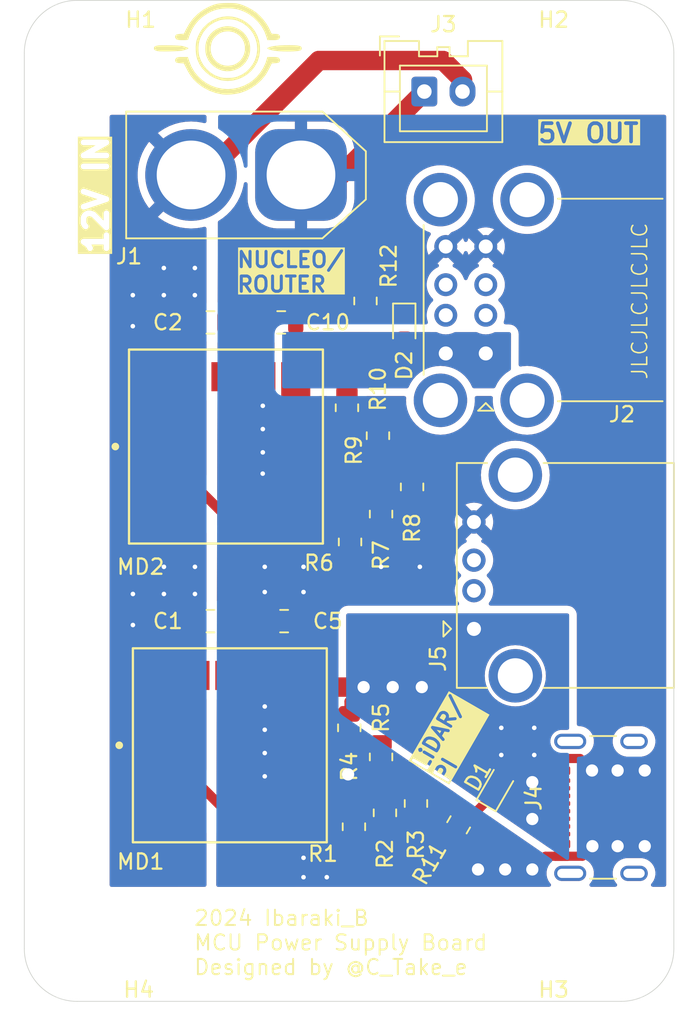
<source format=kicad_pcb>
(kicad_pcb (version 20240108) (generator "pcbnew") (generator_version "8.0")
  (layers (0 "F.Cu" signal) (31 "B.Cu" signal) (34 "B.Paste" user) (35 "F.Paste" user) (36 "B.SilkS" user "B.Silkscreen") (37 "F.SilkS" user "F.Silkscreen") (38 "B.Mask" user) (39 "F.Mask" user) (44 "Edge.Cuts" user))
  (net 0 "")
  (net 1 "GND")
  (net 2 "+5V")
  (net 7 "Net-(MD1-TRIM)")
  (net 9 "Net-(R1-Pad2)")
  (net 10 "Net-(R2-Pad2)")
  (net 11 "Net-(R4-Pad2)")
  (net 12 "+BATT")
  (net 21 "Net-(MD2-TRIM)")
  (net 27 "Net-(R6-Pad2)")
  (net 28 "Net-(R7-Pad2)")
  (net 29 "Net-(R10-Pad1)")
  (net 34 "+5VP")
  (net 39 "Net-(D1-K)")
  (net 40 "Net-(D2-K)")
  (footprint "Resistor_SMD:R_0805_2012Metric" (layer "F.Cu") (at 148.900318 98.559418 -90)
    (property "Reference" "R9" (at 2.7921 -0.4572 90) (layer "F.SilkS"))
    (property "Value" "1k")
    (fp_line (start -0.227064 0.735) (end 0.227064 0.735) (stroke (width 0.12)) (layer "F.SilkS"))
    (fp_line (start -0.227064 -0.735) (end 0.227064 -0.735) (stroke (width 0.12)) (layer "F.SilkS"))
    (pad "1" smd roundrect (at -0.9125 0 270) (size 1.025 1.4) (layers "F.Cu" "F.Paste" "F.Mask") (roundrect_rratio 0.243902) (net 34 "+5VP"))
    (pad "2" smd roundrect (at 0.9125 0 270) (size 1.025 1.4) (layers "F.Cu" "F.Paste" "F.Mask") (roundrect_rratio 0.243902) (net 29 "Net-(R10-Pad1)"))
  )
  (footprint "Resistor_SMD:R_0805_2012Metric" (layer "F.Cu") (at 151.389518 125.077018 90)
    (property "Reference" "R2" (at -2.6905 0 90) (layer "F.SilkS"))
    (property "Value" "330R")
    (fp_line (start -0.227064 -0.735) (end 0.227064 -0.735) (stroke (width 0.12)) (layer "F.SilkS"))
    (fp_line (start -0.227064 0.735) (end 0.227064 0.735) (stroke (width 0.12)) (layer "F.SilkS"))
    (pad "1" smd roundrect (at -0.9125 0 90) (size 1.025 1.4) (layers "F.Cu" "F.Paste" "F.Mask") (roundrect_rratio 0.243902) (net 9 "Net-(R1-Pad2)"))
    (pad "2" smd roundrect (at 0.9125 0 90) (size 1.025 1.4) (layers "F.Cu" "F.Paste" "F.Mask") (roundrect_rratio 0.243902) (net 10 "Net-(R2-Pad2)"))
  )
  (footprint "MountingHole:MountingHole_3.2mm_M3" (layer "F.Cu") (at 131.323518 75.443518)
    (property "Reference" "H1" (at 4.064 -2.286 0) (layer "F.SilkS"))
    (property "Value" "MountingHole")
    (pad "" np_thru_hole circle (at 0 0) (size 3.2 3.2) (drill 3.2) (layers "*.Cu" "*.Mask"))
  )
  (footprint "MountingHole:MountingHole_3.2mm_M3" (layer "F.Cu") (at 166.756518 75.443518)
    (property "Reference" "H2" (at -4.318 -2.286 0) (layer "F.SilkS"))
    (property "Value" "MountingHole")
    (pad "" np_thru_hole circle (at 0 0) (size 3.2 3.2) (drill 3.2) (layers "*.Cu" "*.Mask"))
  )
  (footprint "Resistor_SMD:R_0805_2012Metric" (layer "F.Cu") (at 149.357518 125.989518 90)
    (property "Reference" "R1" (at -1.778 -2.032 180) (layer "F.SilkS"))
    (property "Value" "1k")
    (fp_line (start -0.227064 -0.735) (end 0.227064 -0.735) (stroke (width 0.12)) (layer "F.SilkS"))
    (fp_line (start -0.227064 0.735) (end 0.227064 0.735) (stroke (width 0.12)) (layer "F.SilkS"))
    (pad "1" smd roundrect (at -0.9125 0 90) (size 1.025 1.4) (layers "F.Cu" "F.Paste" "F.Mask") (roundrect_rratio 0.243902) (net 7 "Net-(MD1-TRIM)"))
    (pad "2" smd roundrect (at 0.9125 0 90) (size 1.025 1.4) (layers "F.Cu" "F.Paste" "F.Mask") (roundrect_rratio 0.243902) (net 9 "Net-(R1-Pad2)"))
  )
  (footprint "Connector_USB:USB_A_CONNFLY_DS1095-WNR0" (layer "F.Cu") (at 157.219018 113.035518 90)
    (property "Reference" "J5" (at -1.95 -2.35 90) (layer "F.SilkS"))
    (property "Value" "USB_A" (hide yes))
    (fp_line (start 0.5 -2) (end -0.5 -2) (stroke (width 0.12)) (layer "F.SilkS"))
    (fp_line (start -0.5 -2) (end 0 -1.5) (stroke (width 0.12)) (layer "F.SilkS"))
    (fp_line (start 0 -1.5) (end 0.5 -2) (stroke (width 0.12)) (layer "F.SilkS"))
    (fp_line (start -3.86 -1.12) (end 10.86 -1.12) (stroke (width 0.12)) (layer "F.SilkS"))
    (fp_line (start -3.86 -1.12) (end -3.86 0.86) (stroke (width 0.12)) (layer "F.SilkS"))
    (fp_line (start 10.86 0.86) (end 10.86 -1.12) (stroke (width 0.12)) (layer "F.SilkS"))
    (fp_line (start 10.86 4.56) (end 10.86 13.1) (stroke (width 0.12)) (layer "F.SilkS"))
    (fp_line (start -3.86 4.56) (end -3.86 13.1) (stroke (width 0.12)) (layer "F.SilkS"))
    (fp_line (start -3.86 13.1) (end 10.86 13.1) (stroke (width 0.12)) (layer "F.SilkS"))
    (pad "1" thru_hole rect (at 0 0 90) (size 1.524 1.524) (drill 0.92) (layers "*.Cu" "*.Mask") (net 2 "+5V"))
    (pad "2" thru_hole circle (at 2.5 0 90) (size 1.524 1.524) (drill 0.92) (layers "*.Cu" "*.Mask"))
    (pad "3" thru_hole circle (at 4.5 0 90) (size 1.524 1.524) (drill 0.92) (layers "*.Cu" "*.Mask"))
    (pad "4" thru_hole circle (at 7 0 90) (size 1.524 1.524) (drill 0.92) (layers "*.Cu" "*.Mask") (net 1 "GND"))
    (pad "5" thru_hole circle (at -3.07 2.71 90) (size 3.5 3.5) (drill 2.3) (layers "*.Cu" "*.Mask"))
    (pad "5" thru_hole circle (at 10.07 2.71 90) (size 3.5 3.5) (drill 2.3) (layers "*.Cu" "*.Mask"))
  )
  (footprint "Resistor_SMD:R_0805_2012Metric" (layer "F.Cu") (at 151.135518 105.519018 90)
    (property "Reference" "R7" (at -2.6905 0 90) (layer "F.SilkS"))
    (property "Value" "330R")
    (fp_line (start -0.227064 -0.735) (end 0.227064 -0.735) (stroke (width 0.12)) (layer "F.SilkS"))
    (fp_line (start -0.227064 0.735) (end 0.227064 0.735) (stroke (width 0.12)) (layer "F.SilkS"))
    (pad "1" smd roundrect (at -0.9125 0 90) (size 1.025 1.4) (layers "F.Cu" "F.Paste" "F.Mask") (roundrect_rratio 0.243902) (net 27 "Net-(R6-Pad2)"))
    (pad "2" smd roundrect (at 0.9125 0 90) (size 1.025 1.4) (layers "F.Cu" "F.Paste" "F.Mask") (roundrect_rratio 0.243902) (net 28 "Net-(R7-Pad2)"))
  )
  (footprint "Connector_USB:USB_C_Receptacle_GCT_USB4105-xx-A_16P_TopMnt_Horizontal" (layer "F.Cu") (at 166.629518 124.719518 90)
    (property "Reference" "J4" (at 0.635 -5.5 90) (layer "F.SilkS"))
    (property "Value" "USB_C_Receptacle_USB2.0_16P")
    (fp_line (start 4.67 -0.1) (end 4.67 -1.8) (stroke (width 0.12)) (layer "F.SilkS"))
    (fp_line (start -4.67 -0.1) (end -4.67 -1.8) (stroke (width 0.12)) (layer "F.SilkS"))
    (pad "A1" smd roundrect (at -3.2 -3.68 90) (size 0.6 1.15) (layers "F.Cu" "F.Paste" "F.Mask") (net 1 "GND"))
    (pad "A4" smd roundrect (at -2.4 -3.68 90) (size 0.6 1.15) (layers "F.Cu" "F.Paste" "F.Mask") (net 2 "+5V"))
    (pad "A5" smd roundrect (at -1.25 -3.68 90) (size 0.3 1.15) (layers "F.Cu" "F.Paste" "F.Mask"))
    (pad "A6" smd roundrect (at -0.25 -3.68 90) (size 0.3 1.15) (layers "F.Cu" "F.Paste" "F.Mask"))
    (pad "A7" smd roundrect (at 0.25 -3.68 90) (size 0.3 1.15) (layers "F.Cu" "F.Paste" "F.Mask"))
    (pad "A8" smd roundrect (at 1.25 -3.68 90) (size 0.3 1.15) (layers "F.Cu" "F.Paste" "F.Mask"))
    (pad "A9" smd roundrect (at 2.4 -3.68 90) (size 0.6 1.15) (layers "F.Cu" "F.Paste" "F.Mask") (net 2 "+5V"))
    (pad "A12" smd roundrect (at 3.2 -3.68 90) (size 0.6 1.15) (layers "F.Cu" "F.Paste" "F.Mask") (net 1 "GND"))
    (pad "B1" smd roundrect (at 3.2 -3.68 90) (size 0.6 1.15) (layers "F.Cu" "F.Paste" "F.Mask") (net 1 "GND"))
    (pad "B4" smd roundrect (at 2.4 -3.68 90) (size 0.6 1.15) (layers "F.Cu" "F.Paste" "F.Mask") (net 2 "+5V"))
    (pad "B5" smd roundrect (at 1.75 -3.68 90) (size 0.3 1.15) (layers "F.Cu" "F.Paste" "F.Mask"))
    (pad "B6" smd roundrect (at 0.75 -3.68 90) (size 0.3 1.15) (layers "F.Cu" "F.Paste" "F.Mask"))
    (pad "B7" smd roundrect (at -0.75 -3.68 90) (size 0.3 1.15) (layers "F.Cu" "F.Paste" "F.Mask"))
    (pad "B8" smd roundrect (at -1.75 -3.68 90) (size 0.3 1.15) (layers "F.Cu" "F.Paste" "F.Mask"))
    (pad "B9" smd roundrect (at -2.4 -3.68 90) (size 0.6 1.15) (layers "F.Cu" "F.Paste" "F.Mask") (net 2 "+5V"))
    (pad "B12" smd roundrect (at -3.2 -3.68 90) (size 0.6 1.15) (layers "F.Cu" "F.Paste" "F.Mask") (net 1 "GND"))
    (pad "S1" thru_hole oval (at -4.32 -3.105 90) (size 1 2.1) (drill oval 0.6 1.7) (layers "*.Cu" "*.Mask" "F.Paste"))
    (pad "S1" thru_hole oval (at -4.32 1.075 90) (size 1 1.8) (drill oval 0.6 1.4) (layers "*.Cu" "*.Mask" "F.Paste"))
    (pad "S1" thru_hole oval (at 4.32 -3.105 90) (size 1 2.1) (drill oval 0.6 1.7) (layers "*.Cu" "*.Mask" "F.Paste"))
    (pad "S1" thru_hole oval (at 4.32 1.075 90) (size 1 1.8) (drill oval 0.6 1.4) (layers "*.Cu" "*.Mask" "F.Paste"))
  )
  (footprint "MountingHole:MountingHole_3.2mm_M3" (layer "F.Cu") (at 166.756518 133.863518)
    (property "Reference" "H3" (at -4.318 2.794 0) (layer "F.SilkS"))
    (property "Value" "MountingHole")
    (pad "" np_thru_hole circle (at 0 0) (size 3.2 3.2) (drill 3.2) (layers "*.Cu" "*.Mask"))
  )
  (footprint "Capacitor_SMD:C_0805_2012Metric" (layer "F.Cu") (at 139.959518 112.527518)
    (property "Reference" "C1" (at -2.794 0 0) (layer "F.SilkS"))
    (property "Value" "22uF")
    (fp_line (start -0.261252 -0.735) (end 0.261252 -0.735) (stroke (width 0.12)) (layer "F.SilkS"))
    (fp_line (start -0.261252 0.735) (end 0.261252 0.735) (stroke (width 0.12)) (layer "F.SilkS"))
    (pad "1" smd roundrect (at -0.95 0) (size 1 1.45) (layers "F.Cu" "F.Paste" "F.Mask") (net 12 "+BATT"))
    (pad "2" smd roundrect (at 0.95 0) (size 1 1.45) (layers "F.Cu" "F.Paste" "F.Mask") (net 1 "GND"))
  )
  (footprint "Capacitor_SMD:C_0805_2012Metric" (layer "F.Cu") (at 144.597518 92.969518 180)
    (property "Reference" "C10" (at -3.048 0 0) (layer "F.SilkS"))
    (property "Value" "10uF")
    (fp_line (start -0.261252 0.735) (end 0.261252 0.735) (stroke (width 0.12)) (layer "F.SilkS"))
    (fp_line (start -0.261252 -0.735) (end 0.261252 -0.735) (stroke (width 0.12)) (layer "F.SilkS"))
    (pad "1" smd roundrect (at -0.95 0 180) (size 1 1.45) (layers "F.Cu" "F.Paste" "F.Mask") (net 34 "+5VP"))
    (pad "2" smd roundrect (at 0.95 0 180) (size 1 1.45) (layers "F.Cu" "F.Paste" "F.Mask") (net 1 "GND"))
  )
  (footprint "Resistor_SMD:R_0805_2012Metric" (layer "F.Cu") (at 150.932318 100.386318 -90)
    (property "Reference" "R10" (at -3.048 0 90) (layer "F.SilkS"))
    (property "Value" "200R")
    (fp_line (start -0.227064 0.735) (end 0.227064 0.735) (stroke (width 0.12)) (layer "F.SilkS"))
    (fp_line (start -0.227064 -0.735) (end 0.227064 -0.735) (stroke (width 0.12)) (layer "F.SilkS"))
    (pad "1" smd roundrect (at -0.9125 0 270) (size 1.025 1.4) (layers "F.Cu" "F.Paste" "F.Mask") (roundrect_rratio 0.243902) (net 29 "Net-(R10-Pad1)"))
    (pad "2" smd roundrect (at 0.9125 0 270) (size 1.025 1.4) (layers "F.Cu" "F.Paste" "F.Mask") (roundrect_rratio 0.243902) (net 1 "GND"))
  )
  (footprint "LED_SMD:LED_0603_1608Metric" (layer "F.Cu") (at 158.755518 123.322518 60)
    (property "Reference" "D1" (at -0.085074 -1.417352 60) (layer "F.SilkS"))
    (property "Value" "LED")
    (fp_line (start -1.485 -0.735) (end -1.485 0.735) (stroke (width 0.12)) (layer "F.SilkS"))
    (fp_line (start 0.8 -0.735) (end -1.485 -0.735) (stroke (width 0.12)) (layer "F.SilkS"))
    (fp_line (start -1.485 0.735) (end 0.8 0.735) (stroke (width 0.12)) (layer "F.SilkS"))
    (pad "1" smd roundrect (at -0.787501 0 60) (size 0.875 0.95) (layers "F.Cu" "F.Paste" "F.Mask") (net 39 "Net-(D1-K)"))
    (pad "2" smd roundrect (at 0.787501 0 60) (size 0.875 0.95) (layers "F.Cu" "F.Paste" "F.Mask") (net 2 "+5V"))
  )
  (footprint "USB_power:MURATA_OKL-T-6-W12N-C_0" (layer "F.Cu") (at 140.975518 101.097518)
    (property "Reference" "MD2" (at -5.588 7.874 180) (layer "F.SilkS"))
    (property "Value" "OKL-T_6-W12N-C")
    (fp_line (start -6.35 -6.35) (end 6.35 -6.35) (stroke (width 0.15)) (layer "F.SilkS"))
    (fp_line (start -6.35 6.35) (end -6.35 -6.35) (stroke (width 0.15)) (layer "F.SilkS"))
    (fp_line (start -6.35 6.35) (end 6.35 6.35) (stroke (width 0.15)) (layer "F.SilkS"))
    (fp_line (start 6.35 6.35) (end 6.35 -6.35) (stroke (width 0.15)) (layer "F.SilkS"))
    (fp_circle (center -7.245 0) (end -6.995 0) (fill solid) (layer "F.SilkS"))
    (pad "1" smd rect (at -4.572 0) (size 1.143 1.143) (layers "F.Cu" "F.Paste" "F.Mask") (net 1 "GND"))
    (pad "2" smd rect (at -3.429 -4.572) (size 4.191 1.905) (layers "F.Cu" "F.Paste" "F.Mask") (net 12 "+BATT"))
    (pad "3" smd rect (at 1.143 -4.572) (size 4.191 1.905) (layers "F.Cu" "F.Paste" "F.Mask") (net 1 "GND"))
    (pad "4" smd rect (at 4.572 -3.429) (size 1.905 4.191) (layers "F.Cu" "F.Paste" "F.Mask") (net 34 "+5VP"))
    (pad "5" smd rect (at 4.572 0) (size 1.143 1.143) (layers "F.Cu" "F.Paste" "F.Mask") (net 34 "+5VP"))
    (pad "6" smd rect (at 4.572 4.572) (size 1.143 1.143) (layers "F.Cu" "F.Paste" "F.Mask") (net 21 "Net-(MD2-TRIM)"))
    (pad "7" smd rect (at 0 4.572) (size 1.143 1.143) (layers "F.Cu" "F.Paste" "F.Mask") (net 1 "GND"))
    (pad "8" smd rect (at -2.286 4.572) (size 1.143 1.143) (layers "F.Cu" "F.Paste" "F.Mask"))
    (pad "9" smd rect (at -4.572 4.572) (size 1.143 1.143) (layers "F.Cu" "F.Paste" "F.Mask"))
    (pad "10" smd rect (at -4.572 2.286) (size 1.143 1.143) (layers "F.Cu" "F.Paste" "F.Mask"))
    (pad "11" smd rect (at 4.572 2.286) (size 1.143 1.143) (layers "F.Cu" "F.Paste" "F.Mask"))
    (pad "12" smd rect (at 2.286 4.572) (size 1.143 1.143) (layers "F.Cu" "F.Paste" "F.Mask"))
  )
  (footprint "Resistor_SMD:R_0805_2012Metric" (layer "F.Cu") (at 156.215518 125.862518 -120)
    (property "Reference" "R11" (at 3.152205 0.379778 60) (layer "F.SilkS"))
    (property "Value" "10k")
    (fp_line (start -0.227064 0.735) (end 0.227064 0.735) (stroke (width 0.12)) (layer "F.SilkS"))
    (fp_line (start -0.227064 -0.735) (end 0.227064 -0.735) (stroke (width 0.12)) (layer "F.SilkS"))
    (pad "1" smd roundrect (at -0.9125 0 240) (size 1.025 1.4) (layers "F.Cu" "F.Paste" "F.Mask") (roundrect_rratio 0.243902) (net 39 "Net-(D1-K)"))
    (pad "2" smd roundrect (at 0.9125 0 240) (size 1.025 1.4) (layers "F.Cu" "F.Paste" "F.Mask") (roundrect_rratio 0.243902) (net 1 "GND"))
  )
  (footprint "Connector_JST:JST_XA_B02B-XASK-1_1x02_P2.50mm_Vertical" (layer "F.Cu") (at 153.969518 77.856518)
    (property "Reference" "J3" (at 1.25 -4.4 0) (layer "F.SilkS"))
    (property "Value" "Power_check")
    (fp_line (start -2.91 -3.61) (end -2.91 -2.36) (stroke (width 0.12)) (layer "F.SilkS"))
    (fp_line (start -2.61 -3.31) (end -2.61 3.31) (stroke (width 0.12)) (layer "F.SilkS"))
    (fp_line (start -2.61 0) (end -1.6 0) (stroke (width 0.12)) (layer "F.SilkS"))
    (fp_line (start -2.61 3.31) (end 5.11 3.31) (stroke (width 0.12)) (layer "F.SilkS"))
    (fp_line (start -1.66 -3.61) (end -2.91 -3.61) (stroke (width 0.12)) (layer "F.SilkS"))
    (fp_line (start -1.6 -1.7) (end -1.6 2.6) (stroke (width 0.12)) (layer "F.SilkS"))
    (fp_line (start -1.6 2.6) (end 4.1 2.6) (stroke (width 0.12)) (layer "F.SilkS"))
    (fp_line (start -0.35 -3.31) (end -2.61 -3.31) (stroke (width 0.12)) (layer "F.SilkS"))
    (fp_line (start -0.35 -2.31) (end -0.35 -3.31) (stroke (width 0.12)) (layer "F.SilkS"))
    (fp_line (start 0.85 -2.91) (end 0.85 -2.31) (stroke (width 0.12)) (layer "F.SilkS"))
    (fp_line (start 0.85 -2.31) (end -0.35 -2.31) (stroke (width 0.12)) (layer "F.SilkS"))
    (fp_line (start 1.65 -2.91) (end 0.85 -2.91) (stroke (width 0.12)) (layer "F.SilkS"))
    (fp_line (start 1.65 -2.31) (end 1.65 -2.91) (stroke (width 0.12)) (layer "F.SilkS"))
    (fp_line (start 2.85 -3.31) (end 2.85 -2.31) (stroke (width 0.12)) (layer "F.SilkS"))
    (fp_line (start 2.85 -2.31) (end 1.65 -2.31) (stroke (width 0.12)) (layer "F.SilkS"))
    (fp_line (start 4.1 -1.7) (end -1.6 -1.7) (stroke (width 0.12)) (layer "F.SilkS"))
    (fp_line (start 4.1 2.6) (end 4.1 -1.7) (stroke (width 0.12)) (layer "F.SilkS"))
    (fp_line (start 5.11 -3.31) (end 2.85 -3.31) (stroke (width 0.12)) (layer "F.SilkS"))
    (fp_line (start 5.11 0) (end 4.1 0) (stroke (width 0.12)) (layer "F.SilkS"))
    (fp_line (start 5.11 3.31) (end 5.11 -3.31) (stroke (width 0.12)) (layer "F.SilkS"))
    (pad "1" thru_hole roundrect (at 0 0) (size 1.7 1.95) (drill 0.95) (layers "*.Cu" "*.Mask") (roundrect_rratio 0.147059) (net 1 "GND"))
    (pad "2" thru_hole oval (at 2.5 0) (size 1.7 1.95) (drill 0.95) (layers "*.Cu" "*.Mask") (net 12 "+BATT"))
  )
  (footprint "USB_power:HALO_small" (layer "F.Cu") (at 141.097 75.057)
    (property "Reference" "G***" (hide yes))
    (property "Value" "LOGO" (hide yes))
    (fp_poly (pts (xy 4.196659 -0.23659) (xy 4.422807 -0.228299) (xy 4.592842 -0.211769) (xy 4.713218 -0.184945) (xy 4.790387 -0.145774) (xy 4.830802 -0.0922) (xy 4.841089 -0.031436) (xy 4.831697 0.036961) (xy 4.792303 0.081543) (xy 4.723206 0.116225) (xy 4.637194 0.138124) (xy 4.499495 0.155548) (xy 4.321155 0.168175) (xy 4.113222 0.175683) (xy 3.886741 0.177748) (xy 3.65276 0.174048) (xy 3.422324 0.16426) (xy 3.316461 0.157322) (xy 3.083904 0.132728) (xy 2.881134 0.096675) (xy 2.719144 0.051606) (xy 2.609159 0.000119) (xy 2.577817 -0.029998) (xy 2.602666 -0.058576) (xy 2.609159 -0.06299) (xy 2.72348 -0.115284) (xy 2.894427 -0.159206) (xy 3.116233 -0.194124) (xy 3.383131 -0.219409) (xy 3.689354 -0.234429) (xy 4.029135 -0.238554)) (fill solid) (layer "F.SilkS"))
    (fp_poly (pts (xy -3.88965 -0.22997) (xy -3.661845 -0.226541) (xy -3.44856 -0.220284) (xy -3.261187 -0.211746) (xy -3.111121 -0.201471) (xy -3.009755 -0.190005) (xy -2.993734 -0.187094) (xy -2.854411 -0.153484) (xy -2.730804 -0.114908) (xy -2.636207 -0.076367) (xy -2.583913 -0.042861) (xy -2.577723 -0.030622) (xy -2.605842 -0.004091) (xy -2.680249 0.031143) (xy -2.786017 0.069442) (xy -2.908221 0.10517) (xy -2.986386 0.123706) (xy -3.074137 0.135779) (xy -3.211121 0.146677) (xy -3.384741 0.15612) (xy -3.5824 0.163826) (xy -3.791501 0.169513) (xy -3.999448 0.172899) (xy -4.193644 0.173704) (xy -4.361491 0.171645) (xy -4.490394 0.166441) (xy -4.562202 0.158928) (xy -4.701476 0.126077) (xy -4.787758 0.085433) (xy -4.830924 0.03016) (xy -4.841089 -0.034146) (xy -4.830805 -0.101678) (xy -4.78898 -0.14771) (xy -4.723205 -0.182298) (xy -4.676528 -0.199872) (xy -4.618841 -0.213005) (xy -4.541324 -0.2222) (xy -4.435159 -0.227963) (xy -4.291524 -0.230798) (xy -4.101601 -0.231209)) (fill solid) (layer "F.SilkS"))
    (fp_poly (pts (xy 0.282102 -1.45242) (xy 0.554028 -1.372053) (xy 0.796896 -1.245861) (xy 1.00754 -1.080185) (xy 1.182793 -0.88137) (xy 1.319491 -0.655759) (xy 1.414467 -0.409693) (xy 1.464557 -0.149516) (xy 1.466593 0.118429) (xy 1.417412 0.387799) (xy 1.313847 0.652251) (xy 1.1663 0.887754) (xy 0.967952 1.100902) (xy 0.733802 1.269422) (xy 0.473492 1.389916) (xy 0.196658 1.458985) (xy -0.087058 1.473231) (xy -0.368018 1.429255) (xy -0.368911 1.429014) (xy -0.650488 1.322514) (xy -0.902487 1.165846) (xy -1.117801 0.965728) (xy -1.289325 0.728878) (xy -1.409952 0.462015) (xy -1.417918 0.43724) (xy -1.462154 0.225845) (xy -1.477349 -0.012581) (xy -1.470986 -0.121534) (xy -1.121894 -0.121534) (xy -1.119527 0.128905) (xy -1.065825 0.362454) (xy -0.966398 0.573809) (xy -0.826857 0.757671) (xy -0.652811 0.908738) (xy -0.449871 1.021707) (xy -0.223647 1.091279) (xy 0.020249 1.112152) (xy 0.276209 1.079024) (xy 0.43072 1.031962) (xy 0.637891 0.922635) (xy 0.817849 0.76401) (xy 0.963083 0.566494) (xy 1.066081 0.340493) (xy 1.119331 0.096413) (xy 1.121322 0.075176) (xy 1.114592 -0.190191) (xy 1.052303 -0.435082) (xy 0.940113 -0.653357) (xy 0.783679 -0.838875) (xy 0.588658 -0.985497) (xy 0.360707 -1.087082) (xy 0.105483 -1.13749) (xy 0 -1.141951) (xy -0.243012 -1.122209) (xy -0.452575 -1.0587) (xy -0.64397 -0.945005) (xy -0.803539 -0.80436) (xy -0.906816 -0.69453) (xy -0.976223 -0.600631) (xy -1.026654 -0.498904) (xy -1.067315 -0.383564) (xy -1.121894 -0.121534) (xy -1.470986 -0.121534) (xy -1.463449 -0.250579) (xy -1.4204 -0.460692) (xy -1.419698 -0.462957) (xy -1.303973 -0.733538) (xy -1.139352 -0.970048) (xy -0.93266 -1.167543) (xy -0.690717 -1.321075) (xy -0.420349 -1.4257) (xy -0.128377 -1.476472) (xy -0.015718 -1.480619)) (fill solid) (layer "F.SilkS"))
    (fp_poly (pts (xy -2.534616 0.79375) (xy -2.387145 1.163312) (xy -2.19339 1.495493) (xy -1.958795 1.788644) (xy -1.688807 2.041117) (xy -1.388869 2.251263) (xy -1.064428 2.417433) (xy -0.720929 2.537978) (xy -0.363817 2.611251) (xy 0.001463 2.635603) (xy 0.369465 2.609385) (xy 0.734745 2.530948) (xy 1.091856 2.398644) (xy 1.435355 2.210825) (xy 1.646832 2.059703) (xy 1.898589 1.828489) (xy 2.12533 1.555955) (xy 2.316656 1.257321) (xy 2.462171 0.947807) (xy 2.51661 0.786482) (xy 2.589449 0.534406) (xy 2.925139 0.534406) (xy 3.080014 0.535895) (xy 3.186228 0.541832) (xy 3.257948 0.554423) (xy 3.309343 0.575873) (xy 3.343657 0.599559) (xy 3.411949 0.685891) (xy 3.420343 0.784312) (xy 3.381922 0.866331) (xy 3.341519 0.901451) (xy 3.272769 0.924326) (xy 3.160974 0.939097) (xy 3.109673 0.943069) (xy 2.881987 0.958787) (xy 2.721996 1.273817) (xy 2.645802 1.418946) (xy 2.567928 1.559069) (xy 2.499267 1.674964) (xy 2.46337 1.730165) (xy 2.208899 2.041882) (xy 1.907267 2.320309) (xy 1.568307 2.558699) (xy 1.201851 2.750304) (xy 0.817732 2.888376) (xy 0.748852 2.906678) (xy 0.487453 2.958836) (xy 0.206557 2.991592) (xy -0.070206 3.003298) (xy -0.319205 2.992309) (xy -0.378636 2.985234) (xy -0.810275 2.894166) (xy -1.219888 2.744334) (xy -1.605417 2.536589) (xy -1.816517 2.390394) (xy -2.045193 2.204036) (xy -2.239292 2.011959) (xy -2.410333 1.799957) (xy -2.569837 1.553825) (xy -2.722 1.273817) (xy -2.881995 0.958787) (xy -3.125414 0.943069) (xy -3.258614 0.931156) (xy -3.343377 0.913807) (xy -3.394118 0.887179) (xy -3.413376 0.866331) (xy -3.454819 0.765566) (xy -3.435173 0.668615) (xy -3.375092 0.599559) (xy -3.329855 0.569959) (xy -3.275171 0.550832) (xy -3.196936 0.539995) (xy -3.081051 0.535263) (xy -2.954416 0.534406) (xy -2.616568 0.534406)) (fill solid) (layer "F.SilkS"))
    (fp_poly (pts (xy 0.210915 -2.996695) (xy 0.373758 -2.991777) (xy 0.503288 -2.981981) (xy 0.614264 -2.965998) (xy 0.721445 -2.94252) (xy 0.770173 -2.929758) (xy 1.025004 -2.843224) (xy 1.298326 -2.720671) (xy 1.567625 -2.573741) (xy 1.810385 -2.414073) (xy 1.8986 -2.346351) (xy 2.116159 -2.148012) (xy 2.325014 -1.916468) (xy 2.513593 -1.667103) (xy 2.670324 -1.415298) (xy 2.783635 -1.176436) (xy 2.788661 -1.163222) (xy 2.82655 -1.074834) (xy 2.861961 -1.012613) (xy 2.874748 -0.998563) (xy 2.921836 -0.986323) (xy 3.010964 -0.977766) (xy 3.10427 -0.974986) (xy 3.226598 -0.969639) (xy 3.305524 -0.951256) (xy 3.359949 -0.91522) (xy 3.363614 -0.911634) (xy 3.418877 -0.819927) (xy 3.414522 -0.724193) (xy 3.351471 -0.637373) (xy 3.343657 -0.630994) (xy 3.298298 -0.601333) (xy 3.243447 -0.58219) (xy 3.164955 -0.571369) (xy 3.048676 -0.566671) (xy 2.92443 -0.565841) (xy 2.588031 -0.565841) (xy 2.53384 -0.760755) (xy 2.402423 -1.118284) (xy 2.215496 -1.453881) (xy 1.97846 -1.761192) (xy 1.696717 -2.033863) (xy 1.375667 -2.265542) (xy 1.147511 -2.391609) (xy 0.867569 -2.512268) (xy 0.594193 -2.592079) (xy 0.305403 -2.636043) (xy 0.015718 -2.649085) (xy -0.37748 -2.628368) (xy -0.736853 -2.559616) (xy -1.071845 -2.440409) (xy -1.336015 -2.302685) (xy -1.658875 -2.082286) (xy -1.933389 -1.834071) (xy -2.164227 -1.551744) (xy -2.356061 -1.229012) (xy -2.513562 -0.85958) (xy -2.595782 -0.605136) (xy -2.622548 -0.586123) (xy -2.694074 -0.573737) (xy -2.816843 -0.567258) (xy -2.949724 -0.565841) (xy -3.106127 -0.567262) (xy -3.213654 -0.57295) (xy -3.286265 -0.585043) (xy -3.33792 -0.605679) (xy -3.375092 -0.630994) (xy -3.443386 -0.717329) (xy -3.451779 -0.81576) (xy -3.413376 -0.897766) (xy -3.375923 -0.93123) (xy -3.312994 -0.95332) (xy -3.210221 -0.967835) (xy -3.123205 -0.974505) (xy -2.877578 -0.990223) (xy -2.735509 -1.275195) (xy -2.512823 -1.664379) (xy -2.257091 -2.001996) (xy -1.96401 -2.292398) (xy -1.629277 -2.539937) (xy -1.304579 -2.721969) (xy -1.09065 -2.820995) (xy -0.897396 -2.894129) (xy -0.708207 -2.944886) (xy -0.506472 -2.976781) (xy -0.275582 -2.993328) (xy 0 -2.998043)) (fill solid) (layer "F.SilkS"))
    (fp_poly (pts (xy 0.294913 -2.106636) (xy 0.62309 -2.032659) (xy 0.939187 -1.904942) (xy 1.236848 -1.723473) (xy 1.509716 -1.488243) (xy 1.566789 -1.428186) (xy 1.775947 -1.154912) (xy 1.935882 -0.850359) (xy 2.045229 -0.523559) (xy 2.102624 -0.183543) (xy 2.106703 0.160656) (xy 2.056101 0.500005) (xy 1.949456 0.825472) (xy 1.917728 0.895595) (xy 1.739902 1.198681) (xy 1.51736 1.464033) (xy 1.257123 1.688349) (xy 0.966212 1.868324) (xy 0.651647 2.000655) (xy 0.320448 2.082038) (xy -0.020363 2.109169) (xy -0.363768 2.078745) (xy -0.522691 2.043985) (xy -0.854718 1.926508) (xy -1.160788 1.758021) (xy -1.434564 1.544746) (xy -1.669712 1.292906) (xy -1.859897 1.008721) (xy -1.998784 0.698414) (xy -2.043182 0.550652) (xy -2.082539 0.338366) (xy -2.103001 0.097841) (xy -2.103822 -0.066003) (xy -1.92477 -0.066003) (xy -1.917607 0.19507) (xy -1.881619 0.433711) (xy -1.872236 0.471535) (xy -1.759277 0.781739) (xy -1.594677 1.069963) (xy -1.385899 1.327816) (xy -1.140406 1.54691) (xy -0.865662 1.718853) (xy -0.696168 1.793551) (xy -0.540735 1.847376) (xy -0.402914 1.882257) (xy -0.261945 1.901153) (xy -0.097072 1.907021) (xy 0.078589 1.903935) (xy 0.264803 1.894453) (xy 0.409825 1.877128) (xy 0.535178 1.84853) (xy 0.636306 1.815028) (xy 0.930868 1.682465) (xy 1.185019 1.513435) (xy 1.394095 1.320118) (xy 1.612768 1.045343) (xy 1.77511 0.74454) (xy 1.879542 0.421631) (xy 1.924483 0.080534) (xy 1.926238 0) (xy 1.896868 -0.345952) (xy 1.810235 -0.672474) (xy 1.670345 -0.97423) (xy 1.481208 -1.245884) (xy 1.246829 -1.482101) (xy 0.971217 -1.677545) (xy 0.65838 -1.82688) (xy 0.518688 -1.87402) (xy 0.342132 -1.910202) (xy 0.128703 -1.928889) (xy -0.098084 -1.930081) (xy -0.314715 -1.913776) (xy -0.497675 -1.879975) (xy -0.518688 -1.87402) (xy -0.848979 -1.74375) (xy -1.144232 -1.562842) (xy -1.400277 -1.335429) (xy -1.612942 -1.065645) (xy -1.778057 -0.757623) (xy -1.854452 -0.550124) (xy -1.903565 -0.323179) (xy -1.92477 -0.066003) (xy -2.103822 -0.066003) (xy -2.104231 -0.147565) (xy -2.085888 -0.374494) (xy -2.058722 -0.519942) (xy -1.96977 -0.781324) (xy -1.839169 -1.046665) (xy -1.680554 -1.290681) (xy -1.571906 -1.4226) (xy -1.304722 -1.670824) (xy -1.011482 -1.865375) (xy -0.698542 -2.006244) (xy -0.372259 -2.093417) (xy -0.038989 -2.126886)) (fill solid) (layer "F.SilkS"))
  )
  (footprint "Capacitor_SMD:C_0805_2012Metric" (layer "F.Cu") (at 144.785518 112.527518 180)
    (property "Reference" "C5" (at -2.86 0 0) (layer "F.SilkS"))
    (property "Value" "10uF")
    (fp_line (start -0.261252 0.735) (end 0.261252 0.735) (stroke (width 0.12)) (layer "F.SilkS"))
    (fp_line (start -0.261252 -0.735) (end 0.261252 -0.735) (stroke (width 0.12)) (layer "F.SilkS"))
    (pad "1" smd roundrect (at -0.95 0 180) (size 1 1.45) (layers "F.Cu" "F.Paste" "F.Mask") (net 2 "+5V"))
    (pad "2" smd roundrect (at 0.95 0 180) (size 1 1.45) (layers "F.Cu" "F.Paste" "F.Mask") (net 1 "GND"))
  )
  (footprint "Connector_USB:USB_A_CUI_UJ2-ADH-TH_Horizontal_Stacked" (layer "F.Cu") (at 157.993518 95.001518 180)
    (property "Reference" "J2" (at -8.92 -3.99 0) (layer "F.SilkS"))
    (property "Value" "USB_A_Stacked")
    (fp_line (start 4.07 8.4) (end 4.07 -1.4) (stroke (width 0.12)) (layer "F.SilkS"))
    (fp_line (start 0.5 -3.75) (end -0.5 -3.75) (stroke (width 0.12)) (layer "F.SilkS"))
    (fp_line (start 0 -3.25) (end 0.5 -3.75) (stroke (width 0.12)) (layer "F.SilkS"))
    (fp_line (start -0.5 -3.75) (end 0 -3.25) (stroke (width 0.12)) (layer "F.SilkS"))
    (fp_line (start -4.73 -3.13) (end -11.58 -3.13) (stroke (width 0.12)) (layer "F.SilkS"))
    (fp_line (start -11.58 10.13) (end -4.73 10.13) (stroke (width 0.12)) (layer "F.SilkS"))
    (pad "1" thru_hole rect (at 0 0 180) (size 1.5 1.5) (drill 0.92) (layers "*.Cu" "*.Mask") (net 34 "+5VP"))
    (pad "2" thru_hole circle (at 0 2.5 180) (size 1.5 1.5) (drill 0.92) (layers "*.Cu" "*.Mask"))
    (pad "3" thru_hole circle (at 0 4.5 180) (size 1.5 1.5) (drill 0.92) (layers "*.Cu" "*.Mask"))
    (pad "4" thru_hole circle (at 0 7 180) (size 1.5 1.5) (drill 0.92) (layers "*.Cu" "*.Mask") (net 1 "GND"))
    (pad "5" thru_hole circle (at 2.62 0 180) (size 1.5 1.5) (drill 0.92) (layers "*.Cu" "*.Mask") (net 34 "+5VP"))
    (pad "6" thru_hole circle (at 2.62 2.5 180) (size 1.5 1.5) (drill 0.92) (layers "*.Cu" "*.Mask"))
    (pad "7" thru_hole circle (at 2.62 4.5 180) (size 1.5 1.5) (drill 0.92) (layers "*.Cu" "*.Mask"))
    (pad "8" thru_hole circle (at 2.62 7 180) (size 1.5 1.5) (drill 0.92) (layers "*.Cu" "*.Mask") (net 1 "GND"))
    (pad "9" thru_hole circle (at -2.71 -3.07 180) (size 3.5 3.5) (drill 2.3) (layers "*.Cu" "*.Mask"))
    (pad "9" thru_hole circle (at -2.71 10.07 180) (size 3.5 3.5) (drill 2.3) (layers "*.Cu" "*.Mask"))
    (pad "9" thru_hole circle (at 2.97 -3.07 180) (size 3.5 3.5) (drill 2.3) (layers "*.Cu" "*.Mask"))
    (pad "9" thru_hole circle (at 2.97 10.07 180) (size 3.5 3.5) (drill 2.3) (layers "*.Cu" "*.Mask"))
  )
  (footprint "USB_power:MURATA_OKL-T-6-W12N-C_0" (layer "F.Cu") (at 141.229518 120.655518)
    (property "Reference" "MD1" (at -5.842 7.62 0) (layer "F.SilkS"))
    (property "Value" "OKL-T_6-W12N-C")
    (fp_line (start -6.35 -6.35) (end 6.35 -6.35) (stroke (width 0.15)) (layer "F.SilkS"))
    (fp_line (start -6.35 6.35) (end -6.35 -6.35) (stroke (width 0.15)) (layer "F.SilkS"))
    (fp_line (start -6.35 6.35) (end 6.35 6.35) (stroke (width 0.15)) (layer "F.SilkS"))
    (fp_line (start 6.35 6.35) (end 6.35 -6.35) (stroke (width 0.15)) (layer "F.SilkS"))
    (fp_circle (center -7.245 0) (end -6.995 0) (fill solid) (layer "F.SilkS"))
    (pad "1" smd rect (at -4.572 0) (size 1.143 1.143) (layers "F.Cu" "F.Paste" "F.Mask") (net 1 "GND"))
    (pad "2" smd rect (at -3.429 -4.572) (size 4.191 1.905) (layers "F.Cu" "F.Paste" "F.Mask") (net 12 "+BATT"))
    (pad "3" smd rect (at 1.143 -4.572) (size 4.191 1.905) (layers "F.Cu" "F.Paste" "F.Mask") (net 1 "GND"))
    (pad "4" smd rect (at 4.572 -3.429) (size 1.905 4.191) (layers "F.Cu" "F.Paste" "F.Mask") (net 2 "+5V"))
    (pad "5" smd rect (at 4.572 0) (size 1.143 1.143) (layers "F.Cu" "F.Paste" "F.Mask") (net 2 "+5V"))
    (pad "6" smd rect (at 4.572 4.572) (size 1.143 1.143) (layers "F.Cu" "F.Paste" "F.Mask") (net 7 "Net-(MD1-TRIM)"))
    (pad "7" smd rect (at 0 4.572) (size 1.143 1.143) (layers "F.Cu" "F.Paste" "F.Mask") (net 1 "GND"))
    (pad "8" smd rect (at -2.286 4.572) (size 1.143 1.143) (layers "F.Cu" "F.Paste" "F.Mask"))
    (pad "9" smd rect (at -4.572 4.572) (size 1.143 1.143) (layers "F.Cu" "F.Paste" "F.Mask"))
    (pad "10" smd rect (at -4.572 2.286) (size 1.143 1.143) (layers "F.Cu" "F.Paste" "F.Mask"))
    (pad "11" smd rect (at 4.572 2.286) (size 1.143 1.143) (layers "F.Cu" "F.Paste" "F.Mask"))
    (pad "12" smd rect (at 2.286 4.572) (size 1.143 1.143) (layers "F.Cu" "F.Paste" "F.Mask"))
  )
  (footprint "Resistor_SMD:R_0805_2012Metric" (layer "F.Cu") (at 149.052718 119.512518 -90)
    (property "Reference" "R4" (at 2.5381 0 90) (layer "F.SilkS"))
    (property "Value" "1k")
    (fp_line (start -0.227064 0.735) (end 0.227064 0.735) (stroke (width 0.12)) (layer "F.SilkS"))
    (fp_line (start -0.227064 -0.735) (end 0.227064 -0.735) (stroke (width 0.12)) (layer "F.SilkS"))
    (pad "1" smd roundrect (at -0.9125 0 270) (size 1.025 1.4) (layers "F.Cu" "F.Paste" "F.Mask") (roundrect_rratio 0.243902) (net 2 "+5V"))
    (pad "2" smd roundrect (at 0.9125 0 270) (size 1.025 1.4) (layers "F.Cu" "F.Paste" "F.Mask") (roundrect_rratio 0.243902) (net 11 "Net-(R4-Pad2)"))
  )
  (footprint "Resistor_SMD:R_0805_2012Metric" (layer "F.Cu") (at 151.135518 121.417518 -90)
    (property "Reference" "R5" (at -2.5635 0 90) (layer "F.SilkS"))
    (property "Value" "200R")
    (fp_line (start -0.227064 0.735) (end 0.227064 0.735) (stroke (width 0.12)) (layer "F.SilkS"))
    (fp_line (start -0.227064 -0.735) (end 0.227064 -0.735) (stroke (width 0.12)) (layer "F.SilkS"))
    (pad "1" smd roundrect (at -0.9125 0 270) (size 1.025 1.4) (layers "F.Cu" "F.Paste" "F.Mask") (roundrect_rratio 0.243902) (net 11 "Net-(R4-Pad2)"))
    (pad "2" smd roundrect (at 0.9125 0 270) (size 1.025 1.4) (layers "F.Cu" "F.Paste" "F.Mask") (roundrect_rratio 0.243902) (net 1 "GND"))
  )
  (footprint "Connector_AMASS:AMASS_XT60-M_1x02_P7.20mm_Vertical" (layer "F.Cu") (at 145.889518 83.317518 180)
    (property "Reference" "J1" (at 11.264 -5.334 0) (layer "F.SilkS"))
    (property "Value" "PWR_IN")
    (fp_line (start 11.45 4.15) (end 11.45 -4.15) (stroke (width 0.12)) (layer "F.SilkS"))
    (fp_line (start 11.45 -4.15) (end -1.4 -4.15) (stroke (width 0.12)) (layer "F.SilkS"))
    (fp_line (start -1.4 4.15) (end 11.45 4.15) (stroke (width 0.12)) (layer "F.SilkS"))
    (fp_line (start -1.4 -4.15) (end -4.25 -1.6) (stroke (width 0.12)) (layer "F.SilkS"))
    (fp_line (start -4.25 1.55) (end -1.4 4.15) (stroke (width 0.12)) (layer "F.SilkS"))
    (fp_line (start -4.25 -1.6) (end -4.25 1.55) (stroke (width 0.12)) (layer "F.SilkS"))
    (pad "1" thru_hole roundrect (at 0 0 180) (size 6 6) (drill 4.5) (layers "*.Cu" "*.Mask") (net 1 "GND"))
    (pad "2" thru_hole circle (at 7.2 0 180) (size 6 6) (drill 4.5) (layers "*.Cu" "*.Mask") (net 12 "+BATT"))
  )
  (footprint "LED_SMD:LED_0603_1608Metric" (layer "F.Cu") (at 152.654 93.218 -90)
    (property "Reference" "D2" (at 2.5655 0 90) (layer "F.SilkS"))
    (property "Value" "LED")
    (fp_line (start -1.485 0.735) (end 0.8 0.735) (stroke (width 0.12)) (layer "F.SilkS"))
    (fp_line (start -1.485 -0.735) (end -1.485 0.735) (stroke (width 0.12)) (layer "F.SilkS"))
    (fp_line (start 0.8 -0.735) (end -1.485 -0.735) (stroke (width 0.12)) (layer "F.SilkS"))
    (pad "1" smd roundrect (at -0.7875 0 270) (size 0.875 0.95) (layers "F.Cu" "F.Paste" "F.Mask") (net 40 "Net-(D2-K)"))
    (pad "2" smd roundrect (at 0.7875 0 270) (size 0.875 0.95) (layers "F.Cu" "F.Paste" "F.Mask") (net 34 "+5VP"))
  )
  (footprint "Resistor_SMD:R_0805_2012Metric" (layer "F.Cu") (at 153.421518 124.465518 90)
    (property "Reference" "R3" (at -2.6905 0 90) (layer "F.SilkS"))
    (property "Value" "10R")
    (fp_line (start -0.227064 -0.735) (end 0.227064 -0.735) (stroke (width 0.12)) (layer "F.SilkS"))
    (fp_line (start -0.227064 0.735) (end 0.227064 0.735) (stroke (width 0.12)) (layer "F.SilkS"))
    (pad "1" smd roundrect (at -0.9125 0 90) (size 1.025 1.4) (layers "F.Cu" "F.Paste" "F.Mask") (roundrect_rratio 0.243902) (net 10 "Net-(R2-Pad2)"))
    (pad "2" smd roundrect (at 0.9125 0 90) (size 1.025 1.4) (layers "F.Cu" "F.Paste" "F.Mask") (roundrect_rratio 0.243902) (net 1 "GND"))
  )
  (footprint "Resistor_SMD:R_0805_2012Metric" (layer "F.Cu") (at 149.103518 107.344018 90)
    (property "Reference" "R6" (at -1.3735 -2.032 180) (layer "F.SilkS"))
    (property "Value" "1k")
    (fp_line (start -0.227064 -0.735) (end 0.227064 -0.735) (stroke (width 0.12)) (layer "F.SilkS"))
    (fp_line (start -0.227064 0.735) (end 0.227064 0.735) (stroke (width 0.12)) (layer "F.SilkS"))
    (pad "1" smd roundrect (at -0.9125 0 90) (size 1.025 1.4) (layers "F.Cu" "F.Paste" "F.Mask") (roundrect_rratio 0.243902) (net 21 "Net-(MD2-TRIM)"))
    (pad "2" smd roundrect (at 0.9125 0 90) (size 1.025 1.4) (layers "F.Cu" "F.Paste" "F.Mask") (roundrect_rratio 0.243902) (net 27 "Net-(R6-Pad2)"))
  )
  (footprint "Resistor_SMD:R_0805_2012Metric" (layer "F.Cu") (at 153.167518 103.741018 90)
    (property "Reference" "R8" (at -2.6905 0 90) (layer "F.SilkS"))
    (property "Value" "10R")
    (fp_line (start -0.227064 -0.735) (end 0.227064 -0.735) (stroke (width 0.12)) (layer "F.SilkS"))
    (fp_line (start -0.227064 0.735) (end 0.227064 0.735) (stroke (width 0.12)) (layer "F.SilkS"))
    (pad "1" smd roundrect (at -0.9125 0 90) (size 1.025 1.4) (layers "F.Cu" "F.Paste" "F.Mask") (roundrect_rratio 0.243902) (net 28 "Net-(R7-Pad2)"))
    (pad "2" smd roundrect (at 0.9125 0 90) (size 1.025 1.4) (layers "F.Cu" "F.Paste" "F.Mask") (roundrect_rratio 0.243902) (net 1 "GND"))
  )
  (footprint "Resistor_SMD:R_0805_2012Metric" (layer "F.Cu") (at 150.114 91.567 90)
    (property "Reference" "R12" (at 2.286 1.524 90) (layer "F.SilkS"))
    (property "Value" "10k")
    (fp_line (start -0.227064 -0.735) (end 0.227064 -0.735) (stroke (width 0.12)) (layer "F.SilkS"))
    (fp_line (start -0.227064 0.735) (end 0.227064 0.735) (stroke (width 0.12)) (layer "F.SilkS"))
    (pad "1" smd roundrect (at -0.9125 0 90) (size 1.025 1.4) (layers "F.Cu" "F.Paste" "F.Mask") (roundrect_rratio 0.243902) (net 40 "Net-(D2-K)"))
    (pad "2" smd roundrect (at 0.9125 0 90) (size 1.025 1.4) (layers "F.Cu" "F.Paste" "F.Mask") (roundrect_rratio 0.243902) (net 1 "GND"))
  )
  (footprint "MountingHole:MountingHole_3.2mm_M3" (layer "F.Cu") (at 131.323518 133.863518)
    (property "Reference" "H4" (at 3.937 2.794 0) (layer "F.SilkS"))
    (property "Value" "MountingHole")
    (pad "" np_thru_hole circle (at 0 0) (size 3.2 3.2) (drill 3.2) (layers "*.Cu" "*.Mask"))
  )
  (footprint "Capacitor_SMD:C_0805_2012Metric" (layer "F.Cu") (at 139.959518 92.969518)
    (property "Reference" "C2" (at -2.794 0 0) (layer "F.SilkS"))
    (property "Value" "22uF")
    (fp_line (start -0.261252 -0.735) (end 0.261252 -0.735) (stroke (width 0.12)) (layer "F.SilkS"))
    (fp_line (start -0.261252 0.735) (end 0.261252 0.735) (stroke (width 0.12)) (layer "F.SilkS"))
    (pad "1" smd roundrect (at -0.95 0) (size 1 1.45) (layers "F.Cu" "F.Paste" "F.Mask") (net 12 "+BATT"))
    (pad "2" smd roundrect (at 0.95 0) (size 1 1.45) (layers "F.Cu" "F.Paste" "F.Mask") (net 1 "GND"))
  )
  (gr_line (start 131.217518 71.887518) (end 166.862518 71.887518) (stroke (width 0.05)) (layer "Edge.Cuts"))
  (gr_line (start 166.862518 137.419518) (end 131.217518 137.419518) (stroke (width 0.05)) (layer "Edge.Cuts"))
  (gr_arc (start 166.862518 71.887518) (mid 169.302036 72.898) (end 170.312518 75.337518) (stroke (width 0.05)) (layer "Edge.Cuts"))
  (gr_arc (start 170.312518 133.969518) (mid 169.302036 136.409036) (end 166.862518 137.419518) (stroke (width 0.05)) (layer "Edge.Cuts"))
  (gr_arc (start 127.767518 75.337518) (mid 128.778 72.898) (end 131.217518 71.887518) (stroke (width 0.05)) (layer "Edge.Cuts"))
  (gr_arc (start 131.217518 137.419518) (mid 128.778 136.409036) (end 127.767518 133.969518) (stroke (width 0.05)) (layer "Edge.Cuts"))
  (gr_line (start 127.767518 133.969518) (end 127.767518 75.337518) (stroke (width 0.05)) (layer "Edge.Cuts"))
  (gr_line (start 170.312518 75.337518) (end 170.312518 133.969518) (stroke (width 0.05)) (layer "Edge.Cuts"))
  (gr_text "5V OUT" (at 161.295518 81.285518 0) (layer "F.SilkS" knockout) (effects (font (size 1.2 1.2) (thickness 0.24) (bold yes)) (justify left bottom)))
  (gr_text "LiDAR/\nPI" (at 155.453518 123.322518 60) (layer "F.SilkS" knockout) (effects (font (size 1 1) (thickness 0.2) (bold yes)) (justify left bottom)))
  (gr_text "NUCLEO/\nROUTER" (at 141.610518 91.064518 0) (layer "F.SilkS" knockout) (effects (font (size 1 1) (thickness 0.2) (bold yes)) (justify left bottom)))
  (gr_text "2024 Ibaraki_B \nMCU Power Supply Board\nDesigned by @C_Take_e" (at 138.816518 135.768518 0) (layer "F.SilkS") (effects (font (size 1 1) (thickness 0.125)) (justify left bottom)))
  (gr_text "12V IN" (at 133.35 88.646 90) (layer "F.SilkS" knockout) (effects (font (size 1.5 1.5) (thickness 0.375) (bold yes)) (justify left bottom)))
  (gr_text "JLCJLCJLCJLC" (at 168.661518 96.779518 90) (layer "F.SilkS") (effects (font (size 1 1) (thickness 0.1)) (justify left bottom)))
  (segment (start 143.515518 121.163518) (end 143.515518 121.100018) (width 1.27) (layer "F.Cu") (net 1))
  (segment (start 164.318518 127.919518) (end 162.949518 127.919518) (width 0.6) (layer "F.Cu") (net 1))
  (segment (start 143.515518 118.115518) (end 143.515518 117.226518) (width 1.27) (layer "F.Cu") (net 1))
  (segment (start 140.909518 95.316518) (end 142.118518 96.525518) (width 0.635) (layer "F.Cu") (net 1))
  (segment (start 136.403518 101.097518) (end 140.975518 105.669518) (width 0.635) (layer "F.Cu") (net 1))
  (segment (start 140.975518 105.669518) (end 140.975518 105.542518) (width 0.635) (layer "F.Cu") (net 1))
  (segment (start 164.953118 122.306518) (end 164.851118 122.408518) (width 0.6) (layer "F.Cu") (net 1))
  (segment (start 164.953118 122.306518) (end 164.166118 121.519518) (width 0.6) (layer "F.Cu") (net 1))
  (segment (start 143.515518 122.687518) (end 143.515518 122.560518) (width 1.27) (layer "F.Cu") (net 1))
  (segment (start 142.118518 96.525518) (end 143.388518 97.795518) (width 1.27) (layer "F.Cu") (net 1))
  (segment (start 143.515518 121.100018) (end 143.515518 119.639518) (width 1.27) (layer "F.Cu") (net 1))
  (segment (start 164.166118 121.519518) (end 162.949518 121.519518) (width 0.6) (layer "F.Cu") (net 1))
  (segment (start 143.515518 122.751018) (end 143.515518 122.687518) (width 1.27) (layer "F.Cu") (net 1))
  (segment (start 162.949518 127.919518) (end 161.905518 127.919518) (width 0.6) (layer "F.Cu") (net 1))
  (segment (start 143.515518 122.560518) (end 143.515518 121.163518) (width 1.27) (layer "F.Cu") (net 1))
  (segment (start 164.978518 127.259518) (end 164.318518 127.919518) (width 0.6) (layer "F.Cu") (net 1))
  (segment (start 141.229518 125.227518) (end 141.229518 125.037018) (width 0.635) (layer "F.Cu") (net 1))
  (segment (start 143.388518 101.605518) (end 143.388518 103.002518) (width 1.27) (layer "F.Cu") (net 1))
  (segment (start 145.889518 83.317518) (end 148.508518 83.317518) (width 1.27) (layer "F.Cu") (net 1))
  (segment (start 148.508518 83.317518) (end 153.969518 77.856518) (width 1.27) (layer "F.Cu") (net 1))
  (segment (start 143.388518 97.795518) (end 143.388518 98.049518) (width 1.27) (layer "F.Cu") (net 1))
  (segment (start 143.388518 100.081518) (end 143.388518 101.605518) (width 1.27) (layer "F.Cu") (net 1))
  (segment (start 157.485518 128.783518) (end 161.041518 128.783518) (width 0.6) (layer "F.Cu") (net 1))
  (segment (start 143.515518 121.100018) (end 143.515518 121.100018) (width 1.27) (layer "F.Cu") (net 1))
  (segment (start 140.909518 92.969518) (end 140.909518 95.316518) (width 0.635) (layer "F.Cu") (net 1))
  (segment (start 136.657518 120.655518) (end 141.229518 125.227518) (width 0.635) (layer "F.Cu") (net 1))
  (segment (start 143.388518 98.430518) (end 143.388518 100.081518) (width 1.27) (layer "F.Cu") (net 1))
  (segment (start 143.388518 98.049518) (end 143.388518 98.430518) (width 1.27) (layer "F.Cu") (net 1))
  (segment (start 143.515518 119.639518) (end 143.515518 118.115518) (width 1.27) (layer "F.Cu") (net 1))
  (segment (start 143.515518 117.226518) (end 142.372518 116.083518) (width 1.27) (layer "F.Cu") (net 1))
  (segment (start 161.905518 127.919518) (end 161.041518 128.783518) (width 0.6) (layer "F.Cu") (net 1))
  (via (at 143.383 102.87) (size 0.6) (drill 0.3) (layers "F.Cu" "B.Cu") (net 1))
  (via (at 146.055518 110.622518) (size 0.6) (drill 0.3) (layers "F.Cu" "B.Cu") (net 1))
  (via (at 146.055518 128.021518) (size 0.6) (drill 0.3) (layers "F.Cu" "B.Cu") (net 1))
  (via (at 143.388518 98.430518) (size 0.6) (drill 0.3) (layers "F.Cu" "B.Cu") (net 1))
  (via (at 166.629518 122.306518) (size 1.2) (drill 0.8) (layers "F.Cu" "B.Cu") (net 1))
  (via (at 143.515518 119.639518) (size 0.6) (drill 0.3) (layers "F.Cu" "B.Cu") (net 1))
  (via (at 164.978518 127.259518) (size 1.2) (drill 0.8) (layers "F.Cu" "B.Cu") (net 1))
  (via (at 146.055518 108.971518) (size 0.6) (drill 0.3) (layers "F.Cu" "B.Cu") (net 1))
  (via (at 143.515518 108.971518) (size 0.6) (drill 0.3) (layers "F.Cu" "B.Cu") (net 1))
  (via (at 164.953118 122.306518) (size 1.2) (drill 0.8) (layers "F.Cu" "B.Cu") (net 1))
  (via (at 166.629518 127.259518) (size 1.2) (drill 0.8) (layers "F.Cu" "B.Cu") (net 1))
  (via (at 146.055518 129.291518) (size 0.6) (drill 0.3) (layers "F.Cu" "B.Cu") (net 1))
  (via (at 157.485518 128.783518) (size 1.2) (drill 0.8) (layers "F.Cu" "B.Cu") (net 1))
  (via (at 151.135518 108.971518) (size 0.6) (drill 0.3) (layers "F.Cu" "B.Cu") (net 1))
  (via (at 143.515518 110.622518) (size 0.6) (drill 0.3) (layers "F.Cu" "B.Cu") (net 1))
  (via (at 168.407518 127.259518) (size 1.2) (drill 0.8) (layers "F.Cu" "B.Cu") (net 1))
  (via (at 143.388518 101.478518) (size 0.6) (drill 0.3) (layers "F.Cu" "B.Cu") (net 1))
  (via (at 161.041518 128.783518) (size 1.2) (drill 0.8) (layers "F.Cu" "B.Cu") (net 1))
  (via (at 168.407518 122.306518) (size 1.2) (drill 0.8) (layers "F.Cu" "B.Cu") (net 1))
  (via (at 159.263518 128.783518) (size 1.2) (drill 0.8) (layers "F.Cu" "B.Cu") (net 1))
  (via (at 143.515518 118.115518) (size 0.6) (drill 0.3) (layers "F.Cu" "B.Cu") (net 1))
  (via (at 147.579518 129.291518) (size 0.6) (drill 0.3) (layers "F.Cu" "B.Cu") (net 1))
  (via (at 143.515518 121.163518) (size 0.6) (drill 0.3) (layers "F.Cu" "B.Cu") (net 1))
  (via (at 143.515518 122.687518) (size 0.6) (drill 0.3) (layers "F.Cu" "B.Cu") (net 1))
  (via (at 143.388518 99.954518) (size 0.6) (drill 0.3) (layers "F.Cu" "B.Cu") (net 1))
  (via (at 153.675518 108.971518) (size 0.6) (drill 0.3) (layers "F.Cu" "B.Cu") (net 1))
  (via (at 148.976518 122.560518) (size 1.2) (drill 0.8) (layers "F.Cu" "B.Cu") (net 1))
  (segment (start 145.801518 117.226518) (end 145.801518 112.593518) (width 0.635) (layer "F.Cu") (net 2))
  (segment (start 149.052718 117.785318) (end 149.992518 116.845518) (width 0.635) (layer "F.Cu") (net 2))
  (segment (start 149.052718 118.600018) (end 149.052718 117.785318) (width 0.635) (layer "F.Cu") (net 2))
  (segment (start 145.801518 120.655518) (end 145.801518 117.226518) (width 0.635) (layer "F.Cu") (net 2))
  (segment (start 146.182518 116.845518) (end 145.801518 117.226518) (width 1.27) (layer "F.Cu") (net 2))
  (segment (start 145.801518 116.252518) (end 145.801518 117.226518) (width 1.27) (layer "F.Cu") (net 2))
  (segment (start 145.801518 112.593518) (end 145.735518 112.527518) (width 0.635) (layer "F.Cu") (net 2))
  (segment (start 153.802518 116.845518) (end 146.182518 116.845518) (width 1.27) (layer "F.Cu") (net 2))
  (via (at 161.041518 125.481518) (size 1.2) (drill 0.8) (layers "F.Cu" "B.Cu") (net 2))
  (via (at 161.168518 121.290518) (size 0.6) (drill 0.3) (layers "F.Cu" "B.Cu") (net 2))
  (via (at 161.168518 119.512518) (size 0.6) (drill 0.3) (layers "F.Cu" "B.Cu") (net 2))
  (via (at 151.897518 116.845518) (size 1.2) (drill 0.8) (layers "F.Cu" "B.Cu") (net 2))
  (via (at 153.802518 116.845518) (size 1.2) (drill 0.8) (layers "F.Cu" "B.Cu") (net 2))
  (via (at 159.009518 121.290518) (size 0.6) (drill 0.3) (layers "F.Cu" "B.Cu") (net 2))
  (via (at 161.041518 123.068518) (size 1.2) (drill 0.8) (layers "F.Cu" "B.Cu") (net 2))
  (via (at 149.992518 116.845518) (size 1.2) (drill 0.8) (layers "F.Cu" "B.Cu") (net 2))
  (via (at 159.009518 119.512518) (size 0.6) (drill 0.3) (layers "F.Cu" "B.Cu") (net 2))
  (segment (start 145.801518 125.227518) (end 147.683018 125.227518) (width 0.635) (layer "F.Cu") (net 7))
  (segment (start 147.683018 125.227518) (end 149.357518 126.902018) (width 0.635) (layer "F.Cu") (net 7))
  (segment (start 149.357518 125.077018) (end 149.461018 125.077018) (width 0.6) (layer "F.Cu") (net 9))
  (segment (start 151.389518 125.989518) (end 150.270018 125.989518) (width 0.635) (layer "F.Cu") (net 9))
  (segment (start 150.270018 125.989518) (end 149.357518 125.077018) (width 0.635) (layer "F.Cu") (net 9))
  (segment (start 151.389518 124.164518) (end 152.208018 124.164518) (width 0.635) (layer "F.Cu") (net 10))
  (segment (start 152.208018 124.164518) (end 153.421518 125.378018) (width 0.635) (layer "F.Cu") (net 10))
  (segment (start 150.778018 120.425018) (end 150.858018 120.505018) (width 0.635) (layer "F.Cu") (net 11))
  (segment (start 149.052718 120.425018) (end 150.778018 120.425018) (width 0.635) (layer "F.Cu") (net 11))
  (segment (start 150.858018 120.505018) (end 151.135518 120.505018) (width 0.635) (layer "F.Cu") (net 11))
  (segment (start 156.469518 77.094518) (end 156.469518 77.856518) (width 1.27) (layer "F.Cu") (net 12))
  (segment (start 139.567482 83.317518) (end 147.060482 75.824518) (width 1.27) (layer "F.Cu") (net 12))
  (segment (start 147.060482 75.824518) (end 155.199518 75.824518) (width 1.27) (layer "F.Cu") (net 12))
  (segment (start 138.645518 83.317518) (end 139.567482 83.317518) (width 1.27) (layer "F.Cu") (net 12))
  (segment (start 155.199518 75.824518) (end 156.469518 77.094518) (width 1.27) (layer "F.Cu") (net 12))
  (via (at 134.879518 112.781518) (size 0.6) (drill 0.3) (layers "F.Cu" "B.Cu") (net 12))
  (via (at 136.911518 108.971518) (size 0.6) (drill 0.3) (layers "F.Cu" "B.Cu") (net 12))
  (via (at 134.879518 110.749518) (size 0.6) (drill 0.3) (layers "F.Cu" "B.Cu") (net 12))
  (via (at 138.938 91.186) (size 0.6) (drill 0.3) (layers "F.Cu" "B.Cu") (net 12))
  (via (at 138.943518 108.971518) (size 0.6) (drill 0.3) (layers "F.Cu" "B.Cu") (net 12))
  (via (at 136.906 89.408) (size 0.6) (drill 0.3) (layers "F.Cu" "B.Cu") (net 12))
  (via (at 134.874 91.186) (size 0.6) (drill 0.3) (layers "F.Cu" "B.Cu") (net 12))
  (via (at 134.874 93.218) (size 0.6) (drill 0.3) (layers "F.Cu" "B.Cu") (net 12))
  (via (at 136.911518 110.749518) (size 0.6) (drill 0.3) (layers "F.Cu" "B.Cu") (net 12))
  (via (at 138.938 89.408) (size 0.6) (drill 0.3) (layers "F.Cu" "B.Cu") (net 12))
  (via (at 136.906 91.186) (size 0.6) (drill 0.3) (layers "F.Cu" "B.Cu") (net 12))
  (via (at 138.943518 110.749518) (size 0.6) (drill 0.3) (layers "F.Cu" "B.Cu") (net 12))
  (segment (start 145.547518 105.669518) (end 148.087518 108.209518) (width 0.635) (layer "F.Cu") (net 21))
  (segment (start 149.056518 108.209518) (end 149.103518 108.256518) (width 0.635) (layer "F.Cu") (net 21))
  (segment (start 148.087518 108.209518) (end 149.056518 108.209518) (width 0.635) (layer "F.Cu") (net 21))
  (segment (start 151.135518 106.431518) (end 149.103518 106.431518) (width 0.635) (layer "F.Cu") (net 27))
  (segment (start 151.182518 104.653518) (end 151.135518 104.606518) (width 0.635) (layer "F.Cu") (net 28))
  (segment (start 153.167518 104.653518) (end 151.182518 104.653518) (width 0.635) (layer "F.Cu") (net 28))
  (segment (start 148.900318 99.471918) (end 150.930418 99.471918) (width 0.635) (layer "F.Cu") (net 29))
  (segment (start 150.930418 99.471918) (end 150.932318 99.473818) (width 0.635) (layer "F.Cu") (net 29))
  (segment (start 145.547518 101.097518) (end 145.547518 97.668518) (width 0.635) (layer "F.Cu") (net 34))
  (segment (start 148.878718 97.668518) (end 148.900318 97.646918) (width 0.635) (layer "F.Cu") (net 34))
  (segment (start 157.294012 125.07227) (end 158.361768 124.004514) (width 0.6) (layer "F.Cu") (net 39))
  (segment (start 156.671768 125.07227) (end 157.294012 125.07227) (width 0.6) (layer "F.Cu") (net 39))
  (segment (start 150.163 92.4305) (end 152.654 92.4305) (width 0.6) (layer "F.Cu") (net 40))
  (segment (start 150.114 92.4795) (end 150.163 92.4305) (width 0.6) (layer "F.Cu") (net 40))
  (zone (net 1) (net_name "GND") (layers "F&B.Cu") (connect_pads (clearance 0.5)) (min_thickness 0.25) (fill yes (thermal_gap 0.5) (thermal_bridge_width 0.8))
    (polygon (pts (xy 140.462 79.375) (xy 140.340518 129.926518) (xy 170.18 129.921) (xy 170.185518 79.375)))
  )
  (zone (net 2) (net_name "+5V") (layers "F&B.Cu") (priority 3) (connect_pads yes (clearance 0.25)) (min_thickness 0.25) (fill yes (thermal_gap 0.5) (thermal_bridge_width 0.8))
    (polygon (pts (xy 148.849518 112.019518) (xy 148.849518 118.242518) (xy 163.454518 128.275518) (xy 163.454518 112.019518)))
  )
  (zone (net 34) (net_name "+5VP") (layers "F&B.Cu") (priority 2) (connect_pads yes (clearance 0.5)) (min_thickness 0.25) (fill yes (thermal_gap 0.5) (thermal_bridge_width 0.5))
    (polygon (pts (xy 144.658518 97.287518) (xy 144.658518 93.599) (xy 159.644518 93.604518) (xy 159.639 97.282)))
  )
  (zone (net 12) (net_name "+BATT") (layers "F&B.Cu") (priority 1) (connect_pads (clearance 0.5)) (min_thickness 0.25) (fill yes (thermal_gap 0.5) (thermal_bridge_width 0.8))
    (polygon (pts (xy 133.355518 79.380518) (xy 133.355518 129.926518) (xy 139.7 129.921) (xy 139.7 79.380518)))
  )
)
</source>
